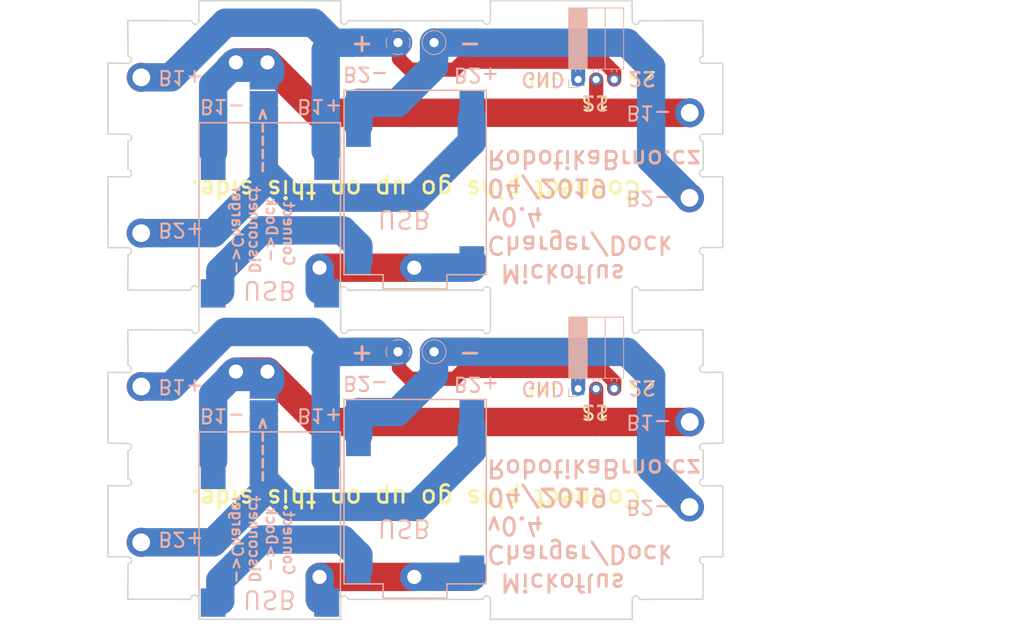
<source format=kicad_pcb>
(kicad_pcb (version 20171130) (host pcbnew 5.1.4+dfsg1-1)

  (general
    (thickness 1.6)
    (drawings 168)
    (tracks 154)
    (zones 0)
    (modules 18)
    (nets 7)
  )

  (page A4)
  (layers
    (0 F.Cu signal)
    (31 B.Cu signal)
    (32 B.Adhes user)
    (33 F.Adhes user)
    (34 B.Paste user)
    (35 F.Paste user)
    (36 B.SilkS user)
    (37 F.SilkS user)
    (38 B.Mask user)
    (39 F.Mask user)
    (40 Dwgs.User user)
    (41 Cmts.User user)
    (42 Eco1.User user)
    (43 Eco2.User user)
    (44 Edge.Cuts user)
    (45 Margin user)
    (46 B.CrtYd user)
    (47 F.CrtYd user)
    (48 B.Fab user)
    (49 F.Fab user)
  )

  (setup
    (last_trace_width 2)
    (user_trace_width 0.5)
    (user_trace_width 0.8)
    (user_trace_width 0.5)
    (user_trace_width 0.8)
    (user_trace_width 0.5)
    (user_trace_width 0.8)
    (user_trace_width 3)
    (user_trace_width 4)
    (user_trace_width 0.5)
    (user_trace_width 0.8)
    (user_trace_width 3)
    (user_trace_width 4)
    (user_trace_width 0.5)
    (user_trace_width 0.8)
    (user_trace_width 3)
    (user_trace_width 4)
    (trace_clearance 0.5)
    (zone_clearance 0)
    (zone_45_only no)
    (trace_min 0.2)
    (via_size 0.8)
    (via_drill 0.4)
    (via_min_size 0.4)
    (via_min_drill 0.3)
    (uvia_size 0.3)
    (uvia_drill 0.1)
    (uvias_allowed no)
    (uvia_min_size 0.2)
    (uvia_min_drill 0.1)
    (edge_width 0.2)
    (segment_width 0.2)
    (pcb_text_width 0.3)
    (pcb_text_size 1.5 1.5)
    (mod_edge_width 0.15)
    (mod_text_size 1 1)
    (mod_text_width 0.15)
    (pad_size 2.6 5)
    (pad_drill 1.6)
    (pad_to_mask_clearance 0.051)
    (solder_mask_min_width 0.25)
    (aux_axis_origin 0 0)
    (grid_origin 123.05 118.2)
    (visible_elements 7FFFFFFF)
    (pcbplotparams
      (layerselection 0x010fc_ffffffff)
      (usegerberextensions false)
      (usegerberattributes false)
      (usegerberadvancedattributes false)
      (creategerberjobfile false)
      (excludeedgelayer true)
      (linewidth 0.100000)
      (plotframeref false)
      (viasonmask false)
      (mode 1)
      (useauxorigin false)
      (hpglpennumber 1)
      (hpglpenspeed 20)
      (hpglpendiameter 15.000000)
      (psnegative false)
      (psa4output false)
      (plotreference true)
      (plotvalue true)
      (plotinvisibletext false)
      (padsonsilk false)
      (subtractmaskfromsilk false)
      (outputformat 1)
      (mirror false)
      (drillshape 1)
      (scaleselection 1)
      (outputdirectory ""))
  )

  (net 0 "")
  (net 1 "Net-(U1-Pad1)")
  (net 2 "Net-(U1-Pad2)")
  (net 3 /B1_M_ch)
  (net 4 /B2_P_ch)
  (net 5 /B1_P_ch)
  (net 6 /B2_M_ch)

  (net_class Default "This is the default net class."
    (clearance 0.5)
    (trace_width 2)
    (via_dia 0.8)
    (via_drill 0.4)
    (uvia_dia 0.3)
    (uvia_drill 0.1)
    (add_net /B1_M_ch)
    (add_net /B1_P_ch)
    (add_net /B2_M_ch)
    (add_net /B2_P_ch)
    (add_net "Net-(U1-Pad1)")
    (add_net "Net-(U1-Pad2)")
  )

  (net_class side ""
    (clearance 0.2)
    (trace_width 2)
    (via_dia 0.8)
    (via_drill 0.4)
    (uvia_dia 0.3)
    (uvia_drill 0.1)
  )

  (module RB3201:LiOnCharger (layer B.Cu) (tedit 5CC219BE) (tstamp 5D0CFF63)
    (at 137.01 150.45)
    (path /5C13AEE9)
    (fp_text reference U1 (at 0 10) (layer B.SilkS) hide
      (effects (font (size 1 1) (thickness 0.15)) (justify mirror))
    )
    (fp_text value ChinaLiIonCharger (at 0 14) (layer B.Fab)
      (effects (font (size 1 1) (thickness 0.15)) (justify mirror))
    )
    (fp_line (start 10 11) (end -10 11) (layer B.Fab) (width 0.15))
    (fp_line (start -10 11) (end -10 -15) (layer B.Fab) (width 0.15))
    (fp_line (start -10 -15) (end 10 -15) (layer B.Fab) (width 0.15))
    (fp_line (start 10 -15) (end 10 11) (layer B.Fab) (width 0.15))
    (fp_line (start 4 11) (end 4 13) (layer B.Fab) (width 0.15))
    (fp_line (start 4 13) (end -4 13) (layer B.Fab) (width 0.15))
    (fp_line (start -4 13) (end -4 11) (layer B.Fab) (width 0.15))
    (pad 1 smd rect (at 8 9) (size 3.5 4) (layers B.Cu B.Paste B.Mask)
      (net 1 "Net-(U1-Pad1)"))
    (pad 2 smd rect (at -8 9) (size 3.5 4) (layers B.Cu B.Paste B.Mask)
      (net 2 "Net-(U1-Pad2)"))
    (pad 3 smd rect (at -8 -11) (size 3.5 8) (layers B.Cu B.Paste B.Mask)
      (net 3 /B1_M_ch))
    (pad 4 smd rect (at 8 -11) (size 3.5 8) (layers B.Cu B.Paste B.Mask)
      (net 5 /B1_P_ch))
  )

  (module Connector_PinSocket_2.54mm:PinSocket_1x03_P2.54mm_Horizontal (layer B.Cu) (tedit 5A19A429) (tstamp 5D0CFF24)
    (at 180.48 129.286 270)
    (descr "Through hole angled socket strip, 1x03, 2.54mm pitch, 8.51mm socket length, single row (from Kicad 4.0.7), script generated")
    (tags "Through hole angled socket strip THT 1x03 2.54mm single row")
    (path /5CA69FC1)
    (fp_text reference J29 (at -4.38 2.77 270) (layer B.SilkS) hide
      (effects (font (size 1 1) (thickness 0.15)) (justify mirror))
    )
    (fp_text value Balancer (at -4.38 -7.85 270) (layer B.Fab)
      (effects (font (size 1 1) (thickness 0.15)) (justify mirror))
    )
    (fp_text user %R (at -5.775 -2.54 270) (layer B.Fab)
      (effects (font (size 1 1) (thickness 0.15)) (justify mirror))
    )
    (fp_line (start 1.75 -6.85) (end 1.75 1.8) (layer B.CrtYd) (width 0.05))
    (fp_line (start -10.55 -6.85) (end 1.75 -6.85) (layer B.CrtYd) (width 0.05))
    (fp_line (start -10.55 1.8) (end -10.55 -6.85) (layer B.CrtYd) (width 0.05))
    (fp_line (start 1.75 1.8) (end -10.55 1.8) (layer B.CrtYd) (width 0.05))
    (fp_line (start 0 1.33) (end 1.11 1.33) (layer B.SilkS) (width 0.12))
    (fp_line (start 1.11 1.33) (end 1.11 0) (layer B.SilkS) (width 0.12))
    (fp_line (start -10.09 1.33) (end -10.09 -6.41) (layer B.SilkS) (width 0.12))
    (fp_line (start -10.09 -6.41) (end -1.46 -6.41) (layer B.SilkS) (width 0.12))
    (fp_line (start -1.46 1.33) (end -1.46 -6.41) (layer B.SilkS) (width 0.12))
    (fp_line (start -10.09 1.33) (end -1.46 1.33) (layer B.SilkS) (width 0.12))
    (fp_line (start -10.09 -3.81) (end -1.46 -3.81) (layer B.SilkS) (width 0.12))
    (fp_line (start -10.09 -1.27) (end -1.46 -1.27) (layer B.SilkS) (width 0.12))
    (fp_line (start -1.46 -5.44) (end -1.05 -5.44) (layer B.SilkS) (width 0.12))
    (fp_line (start -1.46 -4.72) (end -1.05 -4.72) (layer B.SilkS) (width 0.12))
    (fp_line (start -1.46 -2.9) (end -1.05 -2.9) (layer B.SilkS) (width 0.12))
    (fp_line (start -1.46 -2.18) (end -1.05 -2.18) (layer B.SilkS) (width 0.12))
    (fp_line (start -1.46 -0.36) (end -1.11 -0.36) (layer B.SilkS) (width 0.12))
    (fp_line (start -1.46 0.36) (end -1.11 0.36) (layer B.SilkS) (width 0.12))
    (fp_line (start -10.09 -1.1519) (end -1.46 -1.1519) (layer B.SilkS) (width 0.12))
    (fp_line (start -10.09 -1.033805) (end -1.46 -1.033805) (layer B.SilkS) (width 0.12))
    (fp_line (start -10.09 -0.91571) (end -1.46 -0.91571) (layer B.SilkS) (width 0.12))
    (fp_line (start -10.09 -0.797615) (end -1.46 -0.797615) (layer B.SilkS) (width 0.12))
    (fp_line (start -10.09 -0.67952) (end -1.46 -0.67952) (layer B.SilkS) (width 0.12))
    (fp_line (start -10.09 -0.561425) (end -1.46 -0.561425) (layer B.SilkS) (width 0.12))
    (fp_line (start -10.09 -0.44333) (end -1.46 -0.44333) (layer B.SilkS) (width 0.12))
    (fp_line (start -10.09 -0.325235) (end -1.46 -0.325235) (layer B.SilkS) (width 0.12))
    (fp_line (start -10.09 -0.20714) (end -1.46 -0.20714) (layer B.SilkS) (width 0.12))
    (fp_line (start -10.09 -0.089045) (end -1.46 -0.089045) (layer B.SilkS) (width 0.12))
    (fp_line (start -10.09 0.02905) (end -1.46 0.02905) (layer B.SilkS) (width 0.12))
    (fp_line (start -10.09 0.147145) (end -1.46 0.147145) (layer B.SilkS) (width 0.12))
    (fp_line (start -10.09 0.26524) (end -1.46 0.26524) (layer B.SilkS) (width 0.12))
    (fp_line (start -10.09 0.383335) (end -1.46 0.383335) (layer B.SilkS) (width 0.12))
    (fp_line (start -10.09 0.50143) (end -1.46 0.50143) (layer B.SilkS) (width 0.12))
    (fp_line (start -10.09 0.619525) (end -1.46 0.619525) (layer B.SilkS) (width 0.12))
    (fp_line (start -10.09 0.73762) (end -1.46 0.73762) (layer B.SilkS) (width 0.12))
    (fp_line (start -10.09 0.855715) (end -1.46 0.855715) (layer B.SilkS) (width 0.12))
    (fp_line (start -10.09 0.97381) (end -1.46 0.97381) (layer B.SilkS) (width 0.12))
    (fp_line (start -10.09 1.091905) (end -1.46 1.091905) (layer B.SilkS) (width 0.12))
    (fp_line (start -10.09 1.21) (end -1.46 1.21) (layer B.SilkS) (width 0.12))
    (fp_line (start 0 -5.38) (end 0 -4.78) (layer B.Fab) (width 0.1))
    (fp_line (start -1.52 -5.38) (end 0 -5.38) (layer B.Fab) (width 0.1))
    (fp_line (start 0 -4.78) (end -1.52 -4.78) (layer B.Fab) (width 0.1))
    (fp_line (start 0 -2.84) (end 0 -2.24) (layer B.Fab) (width 0.1))
    (fp_line (start -1.52 -2.84) (end 0 -2.84) (layer B.Fab) (width 0.1))
    (fp_line (start 0 -2.24) (end -1.52 -2.24) (layer B.Fab) (width 0.1))
    (fp_line (start 0 -0.3) (end 0 0.3) (layer B.Fab) (width 0.1))
    (fp_line (start -1.52 -0.3) (end 0 -0.3) (layer B.Fab) (width 0.1))
    (fp_line (start 0 0.3) (end -1.52 0.3) (layer B.Fab) (width 0.1))
    (fp_line (start -10.03 -6.35) (end -10.03 1.27) (layer B.Fab) (width 0.1))
    (fp_line (start -1.52 -6.35) (end -10.03 -6.35) (layer B.Fab) (width 0.1))
    (fp_line (start -1.52 0.3) (end -1.52 -6.35) (layer B.Fab) (width 0.1))
    (fp_line (start -2.49 1.27) (end -1.52 0.3) (layer B.Fab) (width 0.1))
    (fp_line (start -10.03 1.27) (end -2.49 1.27) (layer B.Fab) (width 0.1))
    (pad 3 thru_hole oval (at 0 -5.08 270) (size 1.7 1.7) (drill 1) (layers *.Cu *.Mask)
      (net 5 /B1_P_ch))
    (pad 2 thru_hole oval (at 0 -2.54 270) (size 1.7 1.7) (drill 1) (layers *.Cu *.Mask)
      (net 3 /B1_M_ch))
    (pad 1 thru_hole rect (at 0 0 270) (size 1.7 1.7) (drill 1) (layers *.Cu *.Mask)
      (net 6 /B2_M_ch))
    (model ${KISYS3DMOD}/Connector_PinSocket_2.54mm.3dshapes/PinSocket_1x03_P2.54mm_Horizontal.wrl
      (at (xyz 0 0 0))
      (scale (xyz 1 1 1))
      (rotate (xyz 0 0 0))
    )
  )

  (module RB3201:2_pads_5mm (layer B.Cu) (tedit 5C3680C9) (tstamp 5D0CFF0F)
    (at 155.08 124.079)
    (descr "Terminal Block Phoenix MKDS-1,5-2-5.08, 2 pins, pitch 5.08mm, size 10.2x9.8mm^2, drill diamater 1.3mm, pad diameter 2.6mm, see http://www.farnell.com/datasheets/100425.pdf, script-generated using https://github.com/pointhi/kicad-footprint-generator/scripts/TerminalBlock_Phoenix")
    (tags "THT Terminal Block Phoenix MKDS-1,5-2-5.08 pitch 5.08mm size 10.2x9.8mm^2 drill 1.3mm pad 2.6mm")
    (path /5C13C8C5)
    (fp_text reference J7 (at 2.54 2.5) (layer B.SilkS) hide
      (effects (font (size 1 1) (thickness 0.15)) (justify mirror))
    )
    (fp_text value OUT (at 2.54 -2.5) (layer B.Fab)
      (effects (font (size 1 1) (thickness 0.15)) (justify mirror))
    )
    (fp_arc (start 0 0) (end 0 -1.68) (angle 24) (layer B.SilkS) (width 0.12))
    (fp_arc (start 0 0) (end 1.535 -0.684) (angle 48) (layer B.SilkS) (width 0.12))
    (fp_arc (start 0 0) (end 0.684 1.535) (angle 48) (layer B.SilkS) (width 0.12))
    (fp_arc (start 0 0) (end -1.535 0.684) (angle 48) (layer B.SilkS) (width 0.12))
    (fp_arc (start 0 0) (end -0.684 -1.535) (angle 25) (layer B.SilkS) (width 0.12))
    (fp_circle (center 0 0) (end 1.5 0) (layer B.Fab) (width 0.1))
    (fp_circle (center 5.08 0) (end 6.58 0) (layer B.Fab) (width 0.1))
    (fp_circle (center 5.08 0) (end 6.76 0) (layer B.SilkS) (width 0.12))
    (fp_line (start 1.138 0.955) (end -0.955 -1.138) (layer B.Fab) (width 0.1))
    (fp_line (start 0.955 1.138) (end -1.138 -0.955) (layer B.Fab) (width 0.1))
    (fp_line (start 6.218 0.955) (end 4.126 -1.138) (layer B.Fab) (width 0.1))
    (fp_line (start 6.035 1.138) (end 3.943 -0.955) (layer B.Fab) (width 0.1))
    (fp_line (start 6.355 1.069) (end 6.308 1.023) (layer B.SilkS) (width 0.12))
    (fp_line (start 4.046 -1.239) (end 4.011 -1.274) (layer B.SilkS) (width 0.12))
    (fp_line (start 6.15 1.275) (end 6.115 1.239) (layer B.SilkS) (width 0.12))
    (fp_line (start 3.853 -1.023) (end 3.806 -1.069) (layer B.SilkS) (width 0.12))
    (pad 1 thru_hole rect (at 0 0) (size 2.6 2.6) (drill 1.3) (layers *.Cu *.Mask)
      (net 5 /B1_P_ch))
    (pad 2 thru_hole circle (at 5.08 0) (size 2.6 2.6) (drill 1.3) (layers *.Cu *.Mask)
      (net 6 /B2_M_ch))
    (model ${KISYS3DMOD}/TerminalBlock_Phoenix.3dshapes/TerminalBlock_Phoenix_MKDS-1,5-2-5.08_1x02_P5.08mm_Horizontal.wrl
      (at (xyz 0 0 0))
      (scale (xyz 1 1 1))
      (rotate (xyz 0 0 0))
    )
  )

  (module yaqwsx:banana_2mm_hole (layer F.Cu) (tedit 5C367C7D) (tstamp 5D0CFEF8)
    (at 118.87 128.98)
    (path /5C13B8B0)
    (fp_text reference J8 (at 0 3.2) (layer F.SilkS) hide
      (effects (font (size 1 1) (thickness 0.15)))
    )
    (fp_text value B1_P (at 0 -3.15) (layer F.Fab) hide
      (effects (font (size 1 1) (thickness 0.15)))
    )
    (pad 1 thru_hole circle (at 0 0) (size 4.1 4.1) (drill 2.5) (layers *.Cu *.Mask)
      (net 5 /B1_P_ch))
  )

  (module yaqwsx:banana_2mm_hole (layer F.Cu) (tedit 5C367C7D) (tstamp 5D0CFE5F)
    (at 196.18 145.97)
    (path /5C13BA24)
    (fp_text reference J28 (at 0 3.2) (layer F.SilkS) hide
      (effects (font (size 1 1) (thickness 0.15)))
    )
    (fp_text value B2_M (at 0 -3.15) (layer F.Fab) hide
      (effects (font (size 1 1) (thickness 0.15)))
    )
    (pad 1 thru_hole circle (at 0 0) (size 4.1 4.1) (drill 2.5) (layers *.Cu *.Mask)
      (net 6 /B2_M_ch))
  )

  (module yaqwsx:banana_2mm_hole (layer F.Cu) (tedit 5C367C7D) (tstamp 5D0CFDF8)
    (at 118.86 150.95)
    (path /5C13B9CC)
    (fp_text reference J13 (at 0 3.2) (layer F.SilkS) hide
      (effects (font (size 1 1) (thickness 0.15)))
    )
    (fp_text value B2_P (at 0 -3.15) (layer F.Fab) hide
      (effects (font (size 1 1) (thickness 0.15)))
    )
    (pad 1 thru_hole circle (at 0 0) (size 4.1 4.1) (drill 2.5) (layers *.Cu *.Mask)
      (net 4 /B2_P_ch))
  )

  (module RB3201:LiOnCharger locked (layer B.Cu) (tedit 5CC219BE) (tstamp 5D0CFDE4)
    (at 157.493 145.796)
    (path /5C13AF67)
    (fp_text reference U2 (at 0 10) (layer B.SilkS) hide
      (effects (font (size 1 1) (thickness 0.15)) (justify mirror))
    )
    (fp_text value ChinaLiIonCharger (at 0 14) (layer B.Fab)
      (effects (font (size 1 1) (thickness 0.15)) (justify mirror))
    )
    (fp_line (start 10 11) (end -10 11) (layer B.Fab) (width 0.15))
    (fp_line (start -10 11) (end -10 -15) (layer B.Fab) (width 0.15))
    (fp_line (start -10 -15) (end 10 -15) (layer B.Fab) (width 0.15))
    (fp_line (start 10 -15) (end 10 11) (layer B.Fab) (width 0.15))
    (fp_line (start 4 11) (end 4 13) (layer B.Fab) (width 0.15))
    (fp_line (start 4 13) (end -4 13) (layer B.Fab) (width 0.15))
    (fp_line (start -4 13) (end -4 11) (layer B.Fab) (width 0.15))
    (pad 1 smd rect (at 8 9) (size 3.5 4) (layers B.Cu B.Paste B.Mask)
      (net 1 "Net-(U1-Pad1)"))
    (pad 2 smd rect (at -8 9) (size 3.5 4) (layers B.Cu B.Paste B.Mask)
      (net 2 "Net-(U1-Pad2)"))
    (pad 3 smd rect (at -8 -11) (size 3.5 8) (layers B.Cu B.Paste B.Mask)
      (net 6 /B2_M_ch))
    (pad 4 smd rect (at 8 -11) (size 3.5 8) (layers B.Cu B.Paste B.Mask)
      (net 4 /B2_P_ch))
  )

  (module yaqwsx:power_solder_jumper (layer B.Cu) (tedit 5C13B086) (tstamp 5D0CFDAE)
    (at 136.157 130.81 270)
    (path /5C13D0C3)
    (fp_text reference JP1 (at 0 -2 270) (layer B.SilkS) hide
      (effects (font (size 1 1) (thickness 0.15)) (justify mirror))
    )
    (fp_text value Jumper_NC_Small (at 0 2 270) (layer B.Fab)
      (effects (font (size 1 1) (thickness 0.15)) (justify mirror))
    )
    (pad 1 smd rect (at -1 0 270) (size 1.8 4) (layers B.Cu B.Paste B.Mask)
      (net 3 /B1_M_ch))
    (pad 2 smd rect (at 1 0 270) (size 1.8 4) (layers B.Cu B.Paste B.Mask)
      (net 4 /B2_P_ch))
  )

  (module yaqwsx:banana_2mm_hole (layer F.Cu) (tedit 5C367C7D) (tstamp 5D0CFDA4)
    (at 196.21 133.98)
    (path /5C13B974)
    (fp_text reference J12 (at 0 3.2) (layer F.SilkS) hide
      (effects (font (size 1 1) (thickness 0.15)))
    )
    (fp_text value B1_M (at 0 -3.15) (layer F.Fab) hide
      (effects (font (size 1 1) (thickness 0.15)))
    )
    (pad 1 thru_hole circle (at 0 0) (size 4.1 4.1) (drill 2.5) (layers *.Cu *.Mask)
      (net 3 /B1_M_ch))
  )

  (module RB3201:LiOnCharger locked (layer B.Cu) (tedit 5CC219BE) (tstamp 5CC2BEB7)
    (at 157.493 102.196)
    (path /5C13AF67)
    (fp_text reference U2 (at 0 10) (layer B.SilkS) hide
      (effects (font (size 1 1) (thickness 0.15)) (justify mirror))
    )
    (fp_text value ChinaLiIonCharger (at 0 14) (layer B.Fab)
      (effects (font (size 1 1) (thickness 0.15)) (justify mirror))
    )
    (fp_line (start -4 13) (end -4 11) (layer B.Fab) (width 0.15))
    (fp_line (start 4 13) (end -4 13) (layer B.Fab) (width 0.15))
    (fp_line (start 4 11) (end 4 13) (layer B.Fab) (width 0.15))
    (fp_line (start 10 -15) (end 10 11) (layer B.Fab) (width 0.15))
    (fp_line (start -10 -15) (end 10 -15) (layer B.Fab) (width 0.15))
    (fp_line (start -10 11) (end -10 -15) (layer B.Fab) (width 0.15))
    (fp_line (start 10 11) (end -10 11) (layer B.Fab) (width 0.15))
    (pad 4 smd rect (at 8 -11) (size 3.5 8) (layers B.Cu B.Paste B.Mask)
      (net 4 /B2_P_ch))
    (pad 3 smd rect (at -8 -11) (size 3.5 8) (layers B.Cu B.Paste B.Mask)
      (net 6 /B2_M_ch))
    (pad 2 smd rect (at -8 9) (size 3.5 4) (layers B.Cu B.Paste B.Mask)
      (net 2 "Net-(U1-Pad2)"))
    (pad 1 smd rect (at 8 9) (size 3.5 4) (layers B.Cu B.Paste B.Mask)
      (net 1 "Net-(U1-Pad1)"))
  )

  (module RB3201:LiOnCharger (layer B.Cu) (tedit 5CC219BE) (tstamp 5C157856)
    (at 137.01 106.85)
    (path /5C13AEE9)
    (fp_text reference U1 (at 0 10) (layer B.SilkS) hide
      (effects (font (size 1 1) (thickness 0.15)) (justify mirror))
    )
    (fp_text value ChinaLiIonCharger (at 0 14) (layer B.Fab)
      (effects (font (size 1 1) (thickness 0.15)) (justify mirror))
    )
    (fp_line (start -4 13) (end -4 11) (layer B.Fab) (width 0.15))
    (fp_line (start 4 13) (end -4 13) (layer B.Fab) (width 0.15))
    (fp_line (start 4 11) (end 4 13) (layer B.Fab) (width 0.15))
    (fp_line (start 10 -15) (end 10 11) (layer B.Fab) (width 0.15))
    (fp_line (start -10 -15) (end 10 -15) (layer B.Fab) (width 0.15))
    (fp_line (start -10 11) (end -10 -15) (layer B.Fab) (width 0.15))
    (fp_line (start 10 11) (end -10 11) (layer B.Fab) (width 0.15))
    (pad 4 smd rect (at 8 -11) (size 3.5 8) (layers B.Cu B.Paste B.Mask)
      (net 5 /B1_P_ch))
    (pad 3 smd rect (at -8 -11) (size 3.5 8) (layers B.Cu B.Paste B.Mask)
      (net 3 /B1_M_ch))
    (pad 2 smd rect (at -8 9) (size 3.5 4) (layers B.Cu B.Paste B.Mask)
      (net 2 "Net-(U1-Pad2)"))
    (pad 1 smd rect (at 8 9) (size 3.5 4) (layers B.Cu B.Paste B.Mask)
      (net 1 "Net-(U1-Pad1)"))
  )

  (module RB3201:2_pads_5mm (layer B.Cu) (tedit 5C3680C9) (tstamp 5C376814)
    (at 155.08 80.479)
    (descr "Terminal Block Phoenix MKDS-1,5-2-5.08, 2 pins, pitch 5.08mm, size 10.2x9.8mm^2, drill diamater 1.3mm, pad diameter 2.6mm, see http://www.farnell.com/datasheets/100425.pdf, script-generated using https://github.com/pointhi/kicad-footprint-generator/scripts/TerminalBlock_Phoenix")
    (tags "THT Terminal Block Phoenix MKDS-1,5-2-5.08 pitch 5.08mm size 10.2x9.8mm^2 drill 1.3mm pad 2.6mm")
    (path /5C13C8C5)
    (fp_text reference J7 (at 2.54 2.5) (layer B.SilkS) hide
      (effects (font (size 1 1) (thickness 0.15)) (justify mirror))
    )
    (fp_text value OUT (at 2.54 -2.5) (layer B.Fab)
      (effects (font (size 1 1) (thickness 0.15)) (justify mirror))
    )
    (fp_line (start 3.853 -1.023) (end 3.806 -1.069) (layer B.SilkS) (width 0.12))
    (fp_line (start 6.15 1.275) (end 6.115 1.239) (layer B.SilkS) (width 0.12))
    (fp_line (start 4.046 -1.239) (end 4.011 -1.274) (layer B.SilkS) (width 0.12))
    (fp_line (start 6.355 1.069) (end 6.308 1.023) (layer B.SilkS) (width 0.12))
    (fp_line (start 6.035 1.138) (end 3.943 -0.955) (layer B.Fab) (width 0.1))
    (fp_line (start 6.218 0.955) (end 4.126 -1.138) (layer B.Fab) (width 0.1))
    (fp_line (start 0.955 1.138) (end -1.138 -0.955) (layer B.Fab) (width 0.1))
    (fp_line (start 1.138 0.955) (end -0.955 -1.138) (layer B.Fab) (width 0.1))
    (fp_circle (center 5.08 0) (end 6.76 0) (layer B.SilkS) (width 0.12))
    (fp_circle (center 5.08 0) (end 6.58 0) (layer B.Fab) (width 0.1))
    (fp_circle (center 0 0) (end 1.5 0) (layer B.Fab) (width 0.1))
    (fp_arc (start 0 0) (end -0.684 -1.535) (angle 25) (layer B.SilkS) (width 0.12))
    (fp_arc (start 0 0) (end -1.535 0.684) (angle 48) (layer B.SilkS) (width 0.12))
    (fp_arc (start 0 0) (end 0.684 1.535) (angle 48) (layer B.SilkS) (width 0.12))
    (fp_arc (start 0 0) (end 1.535 -0.684) (angle 48) (layer B.SilkS) (width 0.12))
    (fp_arc (start 0 0) (end 0 -1.68) (angle 24) (layer B.SilkS) (width 0.12))
    (pad 2 thru_hole circle (at 5.08 0) (size 2.6 2.6) (drill 1.3) (layers *.Cu *.Mask)
      (net 6 /B2_M_ch))
    (pad 1 thru_hole rect (at 0 0) (size 2.6 2.6) (drill 1.3) (layers *.Cu *.Mask)
      (net 5 /B1_P_ch))
    (model ${KISYS3DMOD}/TerminalBlock_Phoenix.3dshapes/TerminalBlock_Phoenix_MKDS-1,5-2-5.08_1x02_P5.08mm_Horizontal.wrl
      (at (xyz 0 0 0))
      (scale (xyz 1 1 1))
      (rotate (xyz 0 0 0))
    )
  )

  (module Connector_PinSocket_2.54mm:PinSocket_1x03_P2.54mm_Horizontal (layer B.Cu) (tedit 5A19A429) (tstamp 5CA8C203)
    (at 180.48 85.686 270)
    (descr "Through hole angled socket strip, 1x03, 2.54mm pitch, 8.51mm socket length, single row (from Kicad 4.0.7), script generated")
    (tags "Through hole angled socket strip THT 1x03 2.54mm single row")
    (path /5CA69FC1)
    (fp_text reference J29 (at -4.38 2.77 270) (layer B.SilkS) hide
      (effects (font (size 1 1) (thickness 0.15)) (justify mirror))
    )
    (fp_text value Balancer (at -4.38 -7.85 270) (layer B.Fab)
      (effects (font (size 1 1) (thickness 0.15)) (justify mirror))
    )
    (fp_line (start -10.03 1.27) (end -2.49 1.27) (layer B.Fab) (width 0.1))
    (fp_line (start -2.49 1.27) (end -1.52 0.3) (layer B.Fab) (width 0.1))
    (fp_line (start -1.52 0.3) (end -1.52 -6.35) (layer B.Fab) (width 0.1))
    (fp_line (start -1.52 -6.35) (end -10.03 -6.35) (layer B.Fab) (width 0.1))
    (fp_line (start -10.03 -6.35) (end -10.03 1.27) (layer B.Fab) (width 0.1))
    (fp_line (start 0 0.3) (end -1.52 0.3) (layer B.Fab) (width 0.1))
    (fp_line (start -1.52 -0.3) (end 0 -0.3) (layer B.Fab) (width 0.1))
    (fp_line (start 0 -0.3) (end 0 0.3) (layer B.Fab) (width 0.1))
    (fp_line (start 0 -2.24) (end -1.52 -2.24) (layer B.Fab) (width 0.1))
    (fp_line (start -1.52 -2.84) (end 0 -2.84) (layer B.Fab) (width 0.1))
    (fp_line (start 0 -2.84) (end 0 -2.24) (layer B.Fab) (width 0.1))
    (fp_line (start 0 -4.78) (end -1.52 -4.78) (layer B.Fab) (width 0.1))
    (fp_line (start -1.52 -5.38) (end 0 -5.38) (layer B.Fab) (width 0.1))
    (fp_line (start 0 -5.38) (end 0 -4.78) (layer B.Fab) (width 0.1))
    (fp_line (start -10.09 1.21) (end -1.46 1.21) (layer B.SilkS) (width 0.12))
    (fp_line (start -10.09 1.091905) (end -1.46 1.091905) (layer B.SilkS) (width 0.12))
    (fp_line (start -10.09 0.97381) (end -1.46 0.97381) (layer B.SilkS) (width 0.12))
    (fp_line (start -10.09 0.855715) (end -1.46 0.855715) (layer B.SilkS) (width 0.12))
    (fp_line (start -10.09 0.73762) (end -1.46 0.73762) (layer B.SilkS) (width 0.12))
    (fp_line (start -10.09 0.619525) (end -1.46 0.619525) (layer B.SilkS) (width 0.12))
    (fp_line (start -10.09 0.50143) (end -1.46 0.50143) (layer B.SilkS) (width 0.12))
    (fp_line (start -10.09 0.383335) (end -1.46 0.383335) (layer B.SilkS) (width 0.12))
    (fp_line (start -10.09 0.26524) (end -1.46 0.26524) (layer B.SilkS) (width 0.12))
    (fp_line (start -10.09 0.147145) (end -1.46 0.147145) (layer B.SilkS) (width 0.12))
    (fp_line (start -10.09 0.02905) (end -1.46 0.02905) (layer B.SilkS) (width 0.12))
    (fp_line (start -10.09 -0.089045) (end -1.46 -0.089045) (layer B.SilkS) (width 0.12))
    (fp_line (start -10.09 -0.20714) (end -1.46 -0.20714) (layer B.SilkS) (width 0.12))
    (fp_line (start -10.09 -0.325235) (end -1.46 -0.325235) (layer B.SilkS) (width 0.12))
    (fp_line (start -10.09 -0.44333) (end -1.46 -0.44333) (layer B.SilkS) (width 0.12))
    (fp_line (start -10.09 -0.561425) (end -1.46 -0.561425) (layer B.SilkS) (width 0.12))
    (fp_line (start -10.09 -0.67952) (end -1.46 -0.67952) (layer B.SilkS) (width 0.12))
    (fp_line (start -10.09 -0.797615) (end -1.46 -0.797615) (layer B.SilkS) (width 0.12))
    (fp_line (start -10.09 -0.91571) (end -1.46 -0.91571) (layer B.SilkS) (width 0.12))
    (fp_line (start -10.09 -1.033805) (end -1.46 -1.033805) (layer B.SilkS) (width 0.12))
    (fp_line (start -10.09 -1.1519) (end -1.46 -1.1519) (layer B.SilkS) (width 0.12))
    (fp_line (start -1.46 0.36) (end -1.11 0.36) (layer B.SilkS) (width 0.12))
    (fp_line (start -1.46 -0.36) (end -1.11 -0.36) (layer B.SilkS) (width 0.12))
    (fp_line (start -1.46 -2.18) (end -1.05 -2.18) (layer B.SilkS) (width 0.12))
    (fp_line (start -1.46 -2.9) (end -1.05 -2.9) (layer B.SilkS) (width 0.12))
    (fp_line (start -1.46 -4.72) (end -1.05 -4.72) (layer B.SilkS) (width 0.12))
    (fp_line (start -1.46 -5.44) (end -1.05 -5.44) (layer B.SilkS) (width 0.12))
    (fp_line (start -10.09 -1.27) (end -1.46 -1.27) (layer B.SilkS) (width 0.12))
    (fp_line (start -10.09 -3.81) (end -1.46 -3.81) (layer B.SilkS) (width 0.12))
    (fp_line (start -10.09 1.33) (end -1.46 1.33) (layer B.SilkS) (width 0.12))
    (fp_line (start -1.46 1.33) (end -1.46 -6.41) (layer B.SilkS) (width 0.12))
    (fp_line (start -10.09 -6.41) (end -1.46 -6.41) (layer B.SilkS) (width 0.12))
    (fp_line (start -10.09 1.33) (end -10.09 -6.41) (layer B.SilkS) (width 0.12))
    (fp_line (start 1.11 1.33) (end 1.11 0) (layer B.SilkS) (width 0.12))
    (fp_line (start 0 1.33) (end 1.11 1.33) (layer B.SilkS) (width 0.12))
    (fp_line (start 1.75 1.8) (end -10.55 1.8) (layer B.CrtYd) (width 0.05))
    (fp_line (start -10.55 1.8) (end -10.55 -6.85) (layer B.CrtYd) (width 0.05))
    (fp_line (start -10.55 -6.85) (end 1.75 -6.85) (layer B.CrtYd) (width 0.05))
    (fp_line (start 1.75 -6.85) (end 1.75 1.8) (layer B.CrtYd) (width 0.05))
    (fp_text user %R (at -5.775 -2.54 270) (layer B.Fab)
      (effects (font (size 1 1) (thickness 0.15)) (justify mirror))
    )
    (pad 1 thru_hole rect (at 0 0 270) (size 1.7 1.7) (drill 1) (layers *.Cu *.Mask)
      (net 6 /B2_M_ch))
    (pad 2 thru_hole oval (at 0 -2.54 270) (size 1.7 1.7) (drill 1) (layers *.Cu *.Mask)
      (net 3 /B1_M_ch))
    (pad 3 thru_hole oval (at 0 -5.08 270) (size 1.7 1.7) (drill 1) (layers *.Cu *.Mask)
      (net 5 /B1_P_ch))
    (model ${KISYS3DMOD}/Connector_PinSocket_2.54mm.3dshapes/PinSocket_1x03_P2.54mm_Horizontal.wrl
      (at (xyz 0 0 0))
      (scale (xyz 1 1 1))
      (rotate (xyz 0 0 0))
    )
  )

  (module yaqwsx:power_solder_jumper (layer B.Cu) (tedit 5C13B086) (tstamp 5C433962)
    (at 136.157 87.21 270)
    (path /5C13D0C3)
    (fp_text reference JP1 (at 0 -2 270) (layer B.SilkS) hide
      (effects (font (size 1 1) (thickness 0.15)) (justify mirror))
    )
    (fp_text value Jumper_NC_Small (at 0 2 270) (layer B.Fab)
      (effects (font (size 1 1) (thickness 0.15)) (justify mirror))
    )
    (pad 2 smd rect (at 1 0 270) (size 1.8 4) (layers B.Cu B.Paste B.Mask)
      (net 4 /B2_P_ch))
    (pad 1 smd rect (at -1 0 270) (size 1.8 4) (layers B.Cu B.Paste B.Mask)
      (net 3 /B1_M_ch))
  )

  (module yaqwsx:banana_2mm_hole (layer F.Cu) (tedit 5C367C7D) (tstamp 5C157847)
    (at 196.21 90.38)
    (path /5C13B974)
    (fp_text reference J12 (at 0 3.2) (layer F.SilkS) hide
      (effects (font (size 1 1) (thickness 0.15)))
    )
    (fp_text value B1_M (at 0 -3.15) (layer F.Fab) hide
      (effects (font (size 1 1) (thickness 0.15)))
    )
    (pad 1 thru_hole circle (at 0 0) (size 4.1 4.1) (drill 2.5) (layers *.Cu *.Mask)
      (net 3 /B1_M_ch))
  )

  (module yaqwsx:banana_2mm_hole (layer F.Cu) (tedit 5C367C7D) (tstamp 5C157842)
    (at 196.18 102.37)
    (path /5C13BA24)
    (fp_text reference J28 (at 0 3.2) (layer F.SilkS) hide
      (effects (font (size 1 1) (thickness 0.15)))
    )
    (fp_text value B2_M (at 0 -3.15) (layer F.Fab) hide
      (effects (font (size 1 1) (thickness 0.15)))
    )
    (pad 1 thru_hole circle (at 0 0) (size 4.1 4.1) (drill 2.5) (layers *.Cu *.Mask)
      (net 6 /B2_M_ch))
  )

  (module yaqwsx:banana_2mm_hole (layer F.Cu) (tedit 5C367C7D) (tstamp 5C157805)
    (at 118.87 85.38)
    (path /5C13B8B0)
    (fp_text reference J8 (at 0 3.2) (layer F.SilkS) hide
      (effects (font (size 1 1) (thickness 0.15)))
    )
    (fp_text value B1_P (at 0 -3.15) (layer F.Fab) hide
      (effects (font (size 1 1) (thickness 0.15)))
    )
    (pad 1 thru_hole circle (at 0 0) (size 4.1 4.1) (drill 2.5) (layers *.Cu *.Mask)
      (net 5 /B1_P_ch))
  )

  (module yaqwsx:banana_2mm_hole (layer F.Cu) (tedit 5C367C7D) (tstamp 5C157800)
    (at 118.86 107.35)
    (path /5C13B9CC)
    (fp_text reference J13 (at 0 3.2) (layer F.SilkS) hide
      (effects (font (size 1 1) (thickness 0.15)))
    )
    (fp_text value B2_P (at 0 -3.15) (layer F.Fab) hide
      (effects (font (size 1 1) (thickness 0.15)))
    )
    (pad 1 thru_hole circle (at 0 0) (size 4.1 4.1) (drill 2.5) (layers *.Cu *.Mask)
      (net 4 /B2_P_ch))
  )

  (gr_line (start 99.05 118.2) (end 216.65 118.2) (layer Cmts.User) (width 0.2))
  (gr_line (start 147.46 130.81) (end 147.46 156.81) (layer B.SilkS) (width 0.2) (tstamp 5D0CFFA8))
  (gr_line (start 147.46 156.81) (end 152.974 156.81) (layer B.SilkS) (width 0.2) (tstamp 5D0CFFA7))
  (gr_line (start 200.874 152.97575) (end 200.874 142.9753) (layer Edge.Cuts) (width 0.2) (tstamp 5D0CFFA0))
  (gr_arc (start 117 137.5) (end 117 138) (angle -180) (layer Edge.Cuts) (width 0.2) (tstamp 5D0CFF90))
  (gr_arc (start 117 126.5) (end 117 127) (angle -180) (layer Edge.Cuts) (width 0.2) (tstamp 5D0CFF8F))
  (gr_arc (start 188.6 159) (end 189.1 159) (angle -180) (layer Edge.Cuts) (width 0.2) (tstamp 5D0CFF8C))
  (gr_arc (start 167.6 159) (end 168.1 159) (angle -180) (layer Edge.Cuts) (width 0.2) (tstamp 5D0CFF8B))
  (gr_line (start 198.075 120.9749) (end 189.1 121) (layer Edge.Cuts) (width 0.2) (tstamp 5D0CFF8A))
  (gr_line (start 152.974 156.81) (end 152.974 158.81) (layer B.SilkS) (width 0.2) (tstamp 5D0CFF7E))
  (gr_line (start 152.974 158.81) (end 161.974 158.81) (layer B.SilkS) (width 0.2) (tstamp 5D0CFF7D))
  (gr_line (start 114.175 126.9749) (end 114.175 136.9753) (layer Edge.Cuts) (width 0.2) (tstamp 5D0CFF73))
  (gr_line (start 117 154) (end 116.9752 158.97572) (layer Edge.Cuts) (width 0.2) (tstamp 5D0CFF71))
  (gr_text B1- (at 190.45 134 180) (layer B.SilkS) (tstamp 5D0CFF60)
    (effects (font (size 2 2) (thickness 0.3)) (justify mirror))
  )
  (gr_line (start 189.1 159) (end 198.075 158.97572) (layer Edge.Cuts) (width 0.2) (tstamp 5D0CFF0E))
  (gr_line (start 198.075 158.97572) (end 198.1 154) (layer Edge.Cuts) (width 0.2) (tstamp 5D0CFEEC))
  (gr_line (start 188.1 161.8) (end 188.1 159) (layer Edge.Cuts) (width 0.2) (tstamp 5D0CFEE1))
  (gr_line (start 198.1 142) (end 198.1 138) (layer Edge.Cuts) (width 0.2) (tstamp 5D0CFEDC))
  (gr_line (start 168.1 159) (end 168.1 161.8) (layer Edge.Cuts) (width 0.2) (tstamp 5D0CFEDB))
  (gr_arc (start 117 153.5) (end 117 154) (angle -182.8395436) (layer Edge.Cuts) (width 0.2) (tstamp 5D0CFECF))
  (gr_arc (start 117 142.5) (end 117 143) (angle -180) (layer Edge.Cuts) (width 0.2) (tstamp 5D0CFECE))
  (gr_arc (start 126.5 121) (end 126 121) (angle -180) (layer Edge.Cuts) (width 0.2) (tstamp 5D0CFECB))
  (gr_arc (start 147.5 121) (end 147 121) (angle -180) (layer Edge.Cuts) (width 0.2) (tstamp 5D0CFECA))
  (gr_text 2S (at 189.497 129.159 180) (layer F.SilkS) (tstamp 5D0CFEBD)
    (effects (font (size 2 2) (thickness 0.3)))
  )
  (gr_line (start 200.874 126.9749) (end 198.1 127) (layer Edge.Cuts) (width 0.2) (tstamp 5D0CFEB8))
  (gr_line (start 117 127) (end 114.175 126.9749) (layer Edge.Cuts) (width 0.2) (tstamp 5D0CFEB7))
  (gr_text <---- (at 135.903 137.922 90) (layer B.SilkS) (tstamp 5D0CFEAF)
    (effects (font (size 1.5 1.5) (thickness 0.375)) (justify mirror))
  )
  (gr_line (start 168.1 118.2) (end 168.1 121) (layer Edge.Cuts) (width 0.2) (tstamp 5D0CFEA1))
  (gr_line (start 114.175 136.9753) (end 117 137) (layer Edge.Cuts) (width 0.2) (tstamp 5D0CFEA0))
  (gr_text GND (at 175.527 129.286 180) (layer F.SilkS) (tstamp 5D0CFE9F)
    (effects (font (size 2 2) (thickness 0.3)))
  )
  (gr_text 1S (at 182.893 132.588 180) (layer B.SilkS) (tstamp 5D0CFE9E)
    (effects (font (size 2 2) (thickness 0.3)) (justify mirror))
  )
  (gr_text - (at 165.24 124.46 180) (layer B.SilkS) (tstamp 5D0CFE9D)
    (effects (font (size 2.5 2.5) (thickness 0.4)) (justify mirror))
  )
  (gr_text "Connect \n->Dock\nDisconnect\n->Charger" (at 136.03 150.495 270) (layer B.SilkS) (tstamp 5D0CFE93)
    (effects (font (size 1.5 1.5) (thickness 0.3)) (justify mirror))
  )
  (gr_text 2S (at 189.497 129.159 180) (layer B.SilkS) (tstamp 5D0CFE8D)
    (effects (font (size 2 2) (thickness 0.3)) (justify mirror))
  )
  (gr_line (start 200.874 136.9753) (end 200.874 126.9749) (layer Edge.Cuts) (width 0.2) (tstamp 5D0CFE89))
  (gr_line (start 188.1 121) (end 188.1 118.2) (layer Edge.Cuts) (width 0.2) (tstamp 5D0CFE88))
  (gr_arc (start 198.1 142.5) (end 198.1 142) (angle -180) (layer Edge.Cuts) (width 0.2) (tstamp 5D0CFE56))
  (gr_arc (start 198.1 153.5) (end 198.1 153) (angle -180) (layer Edge.Cuts) (width 0.2) (tstamp 5D0CFE55))
  (gr_line (start 147 121) (end 147 118.2) (layer Edge.Cuts) (width 0.2) (tstamp 5D0CFE53))
  (gr_line (start 148 159) (end 167.1 159) (layer Edge.Cuts) (width 0.2) (tstamp 5D0CFE52))
  (gr_text USB (at 155.95 148.984 180) (layer B.SilkS) (tstamp 5D0CFE4F)
    (effects (font (size 2.5 2.5) (thickness 0.3)) (justify mirror))
  )
  (gr_text " Mickoflus \nCharger/Dock\nv0.4\n04/2019\nRobotikaBrno.cz  " (at 167.399 148.59 180) (layer B.SilkS) (tstamp 5D0CFE4A)
    (effects (font (size 2.5 2.5) (thickness 0.4)) (justify left mirror))
  )
  (gr_arc (start 198.1 126.5) (end 198.1 126) (angle -180) (layer Edge.Cuts) (width 0.2) (tstamp 5D0CFE49))
  (gr_arc (start 198.1 137.5) (end 198.1 137) (angle -180) (layer Edge.Cuts) (width 0.2) (tstamp 5D0CFE48))
  (gr_text B2+ (at 166.129 128.651 180) (layer B.SilkS) (tstamp 5D0CFE43)
    (effects (font (size 2 2) (thickness 0.3)) (justify mirror))
  )
  (gr_text "Connect pins go up on this side." (at 157.62 144.78 180) (layer F.SilkS) (tstamp 5D0CFE42)
    (effects (font (size 2.5 2.5) (thickness 0.4)))
  )
  (gr_line (start 117 143) (end 114.175 142.9753) (layer Edge.Cuts) (width 0.2) (tstamp 5D0CFE40))
  (gr_text USB (at 136.95 159 180) (layer B.SilkS) (tstamp 5D0CFE38)
    (effects (font (size 2.5 2.5) (thickness 0.3)) (justify mirror))
  )
  (gr_text 1S (at 182.893 132.588 180) (layer F.SilkS) (tstamp 5D0CFE37)
    (effects (font (size 2 2) (thickness 0.3)))
  )
  (gr_line (start 167.526 156.845) (end 167.526 130.81) (layer B.SilkS) (width 0.2) (tstamp 5D0CFE36))
  (gr_line (start 167.526 130.81) (end 147.46 130.81) (layer B.SilkS) (width 0.2) (tstamp 5D0CFE35))
  (gr_text B1+ (at 144.031 133.096 180) (layer B.SilkS) (tstamp 5D0CFE34)
    (effects (font (size 2 2) (thickness 0.3)) (justify mirror))
  )
  (gr_text B1+ (at 124.45 129 180) (layer B.SilkS) (tstamp 5D0CFE33)
    (effects (font (size 2 2) (thickness 0.3)) (justify mirror))
  )
  (gr_text GND (at 175.527 129.286 180) (layer B.SilkS) (tstamp 5D0CFE2F)
    (effects (font (size 2 2) (thickness 0.3)) (justify mirror))
  )
  (gr_text B2+ (at 124.45 150.5 180) (layer B.SilkS) (tstamp 5D0CFE2E)
    (effects (font (size 2 2) (thickness 0.3)) (justify mirror))
  )
  (gr_line (start 161.974 158.81) (end 161.974 156.81) (layer B.SilkS) (width 0.2) (tstamp 5D0CFE21))
  (gr_line (start 161.974 156.81) (end 167.526 156.81) (layer B.SilkS) (width 0.2) (tstamp 5D0CFE20))
  (gr_text B2- (at 150.508 128.524 180) (layer B.SilkS) (tstamp 5D0CFE13)
    (effects (font (size 2 2) (thickness 0.3)) (justify mirror))
  )
  (gr_line (start 146.952 135.382) (end 127.013 135.382) (layer B.SilkS) (width 0.2) (tstamp 5D0CFE12))
  (gr_line (start 127.013 135.382) (end 127.013 161.417) (layer B.SilkS) (width 0.2) (tstamp 5D0CFE11))
  (gr_text B1- (at 130.315 133.096 180) (layer B.SilkS) (tstamp 5D0CFE10)
    (effects (font (size 2 2) (thickness 0.3)) (justify mirror))
  )
  (gr_line (start 168.1 161.8) (end 188.1 161.8) (layer Edge.Cuts) (width 0.2) (tstamp 5D0CFE0B))
  (gr_line (start 147 161.8) (end 147 159) (layer Edge.Cuts) (width 0.2) (tstamp 5D0CFE0A))
  (gr_text + (at 150 124.46 180) (layer B.SilkS) (tstamp 5D0CFE05)
    (effects (font (size 2.5 2.5) (thickness 0.4)) (justify mirror))
  )
  (gr_line (start 167.1 121) (end 148 121) (layer Edge.Cuts) (width 0.2) (tstamp 5D0CFDFE))
  (gr_line (start 146.952 135.382) (end 146.952 161.408) (layer B.SilkS) (width 0.2) (tstamp 5D0CFDF4))
  (gr_arc (start 167.6 121) (end 167.1 121) (angle -180) (layer Edge.Cuts) (width 0.2) (tstamp 5D0CFDF3))
  (gr_arc (start 188.6 121) (end 188.1 121) (angle -180) (layer Edge.Cuts) (width 0.2) (tstamp 5D0CFDF2))
  (gr_line (start 127 118.2) (end 127 121) (layer Edge.Cuts) (width 0.2) (tstamp 5D0CFDD0))
  (gr_line (start 198.1 137) (end 200.874 136.9753) (layer Edge.Cuts) (width 0.2) (tstamp 5D0CFDC8))
  (gr_line (start 198.1 126) (end 198.075 120.9749) (layer Edge.Cuts) (width 0.2) (tstamp 5D0CFDC4))
  (gr_arc (start 147.5 159) (end 148 159) (angle -180) (layer Edge.Cuts) (width 0.2) (tstamp 5D0CFDBE))
  (gr_arc (start 126.4 159) (end 127 159) (angle -180) (layer Edge.Cuts) (width 0.2) (tstamp 5D0CFDBD))
  (gr_line (start 116.9752 120.9749) (end 117 126) (layer Edge.Cuts) (width 0.2) (tstamp 5D0CFDBA))
  (gr_line (start 127 159) (end 127 161.8) (layer Edge.Cuts) (width 0.2) (tstamp 5D0CFDAA))
  (gr_line (start 198.1 153) (end 200.874 152.97575) (layer Edge.Cuts) (width 0.2) (tstamp 5D0CFD9C))
  (gr_line (start 116.9752 158.97572) (end 125.8 159) (layer Edge.Cuts) (width 0.2) (tstamp 5D0CFD9B))
  (gr_line (start 117 138) (end 117 142) (layer Edge.Cuts) (width 0.2) (tstamp 5D0CFD9A))
  (gr_line (start 114.175 142.9753) (end 114.175 153) (layer Edge.Cuts) (width 0.2) (tstamp 5D0CFD98))
  (gr_line (start 114.175 153) (end 116.9752 153) (layer Edge.Cuts) (width 0.2) (tstamp 5D0CFD97))
  (gr_line (start 127 161.8) (end 147 161.8) (layer Edge.Cuts) (width 0.2) (tstamp 5D0CFD96))
  (gr_line (start 126 121) (end 116.9752 120.9749) (layer Edge.Cuts) (width 0.2) (tstamp 5D0CFD95))
  (gr_line (start 200.874 142.9753) (end 198.1 143) (layer Edge.Cuts) (width 0.2) (tstamp 5D0CFD93))
  (gr_text B2- (at 190.45 146 180) (layer B.SilkS) (tstamp 5D0CFD79)
    (effects (font (size 2 2) (thickness 0.3)) (justify mirror))
  )
  (gr_text V-CUT (at 223.05 113) (layer Cmts.User)
    (effects (font (size 8 8) (thickness 1)))
  )
  (gr_text 2S (at 189.497 85.559 180) (layer F.SilkS) (tstamp 5CA8C58A)
    (effects (font (size 2 2) (thickness 0.3)))
  )
  (gr_text 1S (at 182.893 88.988 180) (layer F.SilkS) (tstamp 5CA8C50E)
    (effects (font (size 2 2) (thickness 0.3)))
  )
  (gr_text GND (at 175.527 85.686 180) (layer F.SilkS) (tstamp 5CA8C492)
    (effects (font (size 2 2) (thickness 0.3)))
  )
  (gr_text 2S (at 189.497 85.559 180) (layer B.SilkS) (tstamp 5CA8C416)
    (effects (font (size 2 2) (thickness 0.3)) (justify mirror))
  )
  (gr_text 1S (at 182.893 88.988 180) (layer B.SilkS) (tstamp 5CA8C40D)
    (effects (font (size 2 2) (thickness 0.3)) (justify mirror))
  )
  (gr_text GND (at 175.527 85.686 180) (layer B.SilkS) (tstamp 5CA8C406)
    (effects (font (size 2 2) (thickness 0.3)) (justify mirror))
  )
  (gr_text <---- (at 135.903 94.322 90) (layer B.SilkS) (tstamp 5C436405)
    (effects (font (size 1.5 1.5) (thickness 0.375)) (justify mirror))
  )
  (gr_text "Connect \n->Dock\nDisconnect\n->Charger" (at 136.03 106.895 270) (layer B.SilkS) (tstamp 5C4362DA)
    (effects (font (size 1.5 1.5) (thickness 0.3)) (justify mirror))
  )
  (gr_text "Connect pins go up on this side." (at 157.62 101.18 180) (layer F.SilkS) (tstamp 5C435E66)
    (effects (font (size 2.5 2.5) (thickness 0.4)))
  )
  (gr_text - (at 165.24 80.86 180) (layer B.SilkS) (tstamp 5C4355F5)
    (effects (font (size 2.5 2.5) (thickness 0.4)) (justify mirror))
  )
  (gr_text + (at 150 80.86 180) (layer B.SilkS) (tstamp 5C4354BA)
    (effects (font (size 2.5 2.5) (thickness 0.4)) (justify mirror))
  )
  (gr_text " Mickoflus \nCharger/Dock\nv0.4\n04/2019\nRobotikaBrno.cz  " (at 167.399 104.99 180) (layer B.SilkS) (tstamp 5C4354B1)
    (effects (font (size 2.5 2.5) (thickness 0.4)) (justify left mirror))
  )
  (gr_text B2- (at 190.45 102.4 180) (layer B.SilkS) (tstamp 5C15850F)
    (effects (font (size 2 2) (thickness 0.3)) (justify mirror))
  )
  (gr_text B1- (at 190.45 90.4 180) (layer B.SilkS) (tstamp 5C1584C0)
    (effects (font (size 2 2) (thickness 0.3)) (justify mirror))
  )
  (gr_text B2+ (at 124.45 106.9 180) (layer B.SilkS) (tstamp 5C158422)
    (effects (font (size 2 2) (thickness 0.3)) (justify mirror))
  )
  (gr_text B1+ (at 124.45 85.4 180) (layer B.SilkS) (tstamp 5C1582E4)
    (effects (font (size 2 2) (thickness 0.3)) (justify mirror))
  )
  (gr_text B2- (at 150.508 84.924 180) (layer B.SilkS) (tstamp 5CC2C20D)
    (effects (font (size 2 2) (thickness 0.3)) (justify mirror))
  )
  (gr_text B2+ (at 166.129 85.051 180) (layer B.SilkS) (tstamp 5C4354B7)
    (effects (font (size 2 2) (thickness 0.3)) (justify mirror))
  )
  (gr_text B1- (at 130.315 89.496 180) (layer B.SilkS) (tstamp 5C15804E)
    (effects (font (size 2 2) (thickness 0.3)) (justify mirror))
  )
  (gr_text B1+ (at 144.031 89.496 180) (layer B.SilkS)
    (effects (font (size 2 2) (thickness 0.3)) (justify mirror))
  )
  (gr_line (start 146.952 91.782) (end 146.952 117.808) (layer B.SilkS) (width 0.2))
  (gr_line (start 127.013 91.782) (end 127.013 117.817) (layer B.SilkS) (width 0.2))
  (gr_line (start 146.952 91.782) (end 127.013 91.782) (layer B.SilkS) (width 0.2))
  (gr_line (start 167.526 87.21) (end 147.46 87.21) (layer B.SilkS) (width 0.2) (tstamp 5CC2BEF8))
  (gr_line (start 167.526 113.245) (end 167.526 87.21) (layer B.SilkS) (width 0.2) (tstamp 5CC2BEE6))
  (gr_line (start 161.974 113.21) (end 167.526 113.21) (layer B.SilkS) (width 0.2) (tstamp 5CC2BEF2))
  (gr_line (start 161.974 115.21) (end 161.974 113.21) (layer B.SilkS) (width 0.2) (tstamp 5CC2BEE3))
  (gr_line (start 152.974 115.21) (end 161.974 115.21) (layer B.SilkS) (width 0.2) (tstamp 5CC2BEEF))
  (gr_line (start 152.974 113.21) (end 152.974 115.21) (layer B.SilkS) (width 0.2) (tstamp 5CC2BEE0))
  (gr_line (start 147.46 113.21) (end 152.974 113.21) (layer B.SilkS) (width 0.2) (tstamp 5CC2BEF5))
  (gr_line (start 147.46 87.21) (end 147.46 113.21) (layer B.SilkS) (width 0.2) (tstamp 5CC2BEEC))
  (gr_text USB (at 136.95 115.4 180) (layer B.SilkS) (tstamp 5C157EEE)
    (effects (font (size 2.5 2.5) (thickness 0.3)) (justify mirror))
  )
  (gr_text USB (at 155.95 105.384 180) (layer B.SilkS) (tstamp 5CC2BED4)
    (effects (font (size 2.5 2.5) (thickness 0.3)) (justify mirror))
  )
  (gr_arc (start 117 82.9) (end 117 83.4) (angle -180) (layer Edge.Cuts) (width 0.2) (tstamp 5C157326))
  (gr_arc (start 117 93.9) (end 117 94.4) (angle -180) (layer Edge.Cuts) (width 0.2) (tstamp 5C157325))
  (gr_arc (start 117 98.9) (end 117 99.4) (angle -180) (layer Edge.Cuts) (width 0.2) (tstamp 5C157324))
  (gr_arc (start 117 109.9) (end 117 110.4) (angle -182.8395436) (layer Edge.Cuts) (width 0.2) (tstamp 5C157323))
  (gr_line (start 167.1 77.4) (end 148 77.4) (layer Edge.Cuts) (width 0.2) (tstamp 5C15731B))
  (gr_line (start 198.075 115.37572) (end 198.1 110.4) (layer Edge.Cuts) (width 0.2) (tstamp 5C157318))
  (gr_arc (start 126.4 115.4) (end 127 115.4) (angle -180) (layer Edge.Cuts) (width 0.2) (tstamp 5C1572FD))
  (gr_arc (start 147.5 115.4) (end 148 115.4) (angle -180) (layer Edge.Cuts) (width 0.2) (tstamp 5CC2BED7))
  (gr_arc (start 167.6 115.4) (end 168.1 115.4) (angle -180) (layer Edge.Cuts) (width 0.2) (tstamp 5CC2BEDA))
  (gr_arc (start 188.6 115.4) (end 189.1 115.4) (angle -180) (layer Edge.Cuts) (width 0.2) (tstamp 5C1572FA))
  (gr_arc (start 198.1 109.9) (end 198.1 109.4) (angle -180) (layer Edge.Cuts) (width 0.2) (tstamp 5C1572F9))
  (gr_arc (start 198.1 98.9) (end 198.1 98.4) (angle -180) (layer Edge.Cuts) (width 0.2) (tstamp 5C1572F8))
  (gr_arc (start 198.1 93.9) (end 198.1 93.4) (angle -180) (layer Edge.Cuts) (width 0.2) (tstamp 5C1572F7))
  (gr_arc (start 198.1 82.9) (end 198.1 82.4) (angle -180) (layer Edge.Cuts) (width 0.2) (tstamp 5C1572F6))
  (gr_line (start 188.0752 74.5749) (end 168.0755 74.5749) (layer Edge.Cuts) (width 0.2) (tstamp 5C1572F5))
  (gr_line (start 188.1 77.4) (end 188.0752 74.5749) (layer Edge.Cuts) (width 0.2) (tstamp 5C1572F3))
  (gr_line (start 200.874 93.3753) (end 200.874 83.3749) (layer Edge.Cuts) (width 0.2) (tstamp 5C1572F2))
  (gr_line (start 114.175 93.3753) (end 117 93.4) (layer Edge.Cuts) (width 0.2) (tstamp 5C1572F1))
  (gr_line (start 168.0755 74.5749) (end 168.1 77.4) (layer Edge.Cuts) (width 0.2) (tstamp 5C1572F0))
  (gr_line (start 147 118.2) (end 147 115.4) (layer Edge.Cuts) (width 0.2) (tstamp 5C1572EE))
  (gr_line (start 168.1 115.4) (end 168.1 118.2) (layer Edge.Cuts) (width 0.2) (tstamp 5CC2BEDD))
  (gr_line (start 198.1 98.4) (end 198.1 94.4) (layer Edge.Cuts) (width 0.2) (tstamp 5C1572E7))
  (gr_arc (start 188.6 77.4) (end 188.1 77.4) (angle -180) (layer Edge.Cuts) (width 0.2) (tstamp 5C1572E3))
  (gr_arc (start 167.6 77.4) (end 167.1 77.4) (angle -180) (layer Edge.Cuts) (width 0.2) (tstamp 5C1572E2))
  (gr_arc (start 147.5 77.4) (end 147 77.4) (angle -180) (layer Edge.Cuts) (width 0.2) (tstamp 5C1572E1))
  (gr_arc (start 126.5 77.4) (end 126 77.4) (angle -180) (layer Edge.Cuts) (width 0.2) (tstamp 5C1572E0))
  (gr_line (start 198.075 77.3749) (end 189.1 77.4) (layer Edge.Cuts) (width 0.2) (tstamp 5C1572C5))
  (gr_line (start 147 74.6) (end 127 74.6) (layer Edge.Cuts) (width 0.2) (tstamp 5C1572BD))
  (gr_line (start 198.1 109.4) (end 200.874 109.37575) (layer Edge.Cuts) (width 0.2) (tstamp 5C1572BC))
  (gr_line (start 200.874 83.3749) (end 198.1 83.4) (layer Edge.Cuts) (width 0.2) (tstamp 5C15729E))
  (gr_line (start 116.9752 77.3749) (end 117 82.4) (layer Edge.Cuts) (width 0.2) (tstamp 5C157287))
  (gr_line (start 127 115.4) (end 127 118.2) (layer Edge.Cuts) (width 0.2) (tstamp 5C157286))
  (gr_line (start 127 74.6) (end 127 77.4) (layer Edge.Cuts) (width 0.2) (tstamp 5C157282))
  (gr_line (start 200.874 109.37575) (end 200.874 99.3753) (layer Edge.Cuts) (width 0.2) (tstamp 5C157251))
  (gr_line (start 198.1 93.4) (end 200.874 93.3753) (layer Edge.Cuts) (width 0.2) (tstamp 5C157243))
  (gr_line (start 200.874 99.3753) (end 198.1 99.4) (layer Edge.Cuts) (width 0.2) (tstamp 5C157237))
  (gr_line (start 126 77.4) (end 116.9752 77.3749) (layer Edge.Cuts) (width 0.2) (tstamp 5C157235))
  (gr_line (start 117 110.4) (end 116.9752 115.37572) (layer Edge.Cuts) (width 0.2) (tstamp 5C15721A))
  (gr_line (start 114.175 83.3749) (end 114.175 93.3753) (layer Edge.Cuts) (width 0.2) (tstamp 5C157218))
  (gr_line (start 198.1 82.4) (end 198.075 77.3749) (layer Edge.Cuts) (width 0.2) (tstamp 5C157211))
  (gr_line (start 117 94.4) (end 117 98.4) (layer Edge.Cuts) (width 0.2) (tstamp 5C157207))
  (gr_line (start 116.9752 115.37572) (end 125.8 115.4) (layer Edge.Cuts) (width 0.2) (tstamp 5C157206))
  (gr_line (start 117 99.4) (end 114.175 99.3753) (layer Edge.Cuts) (width 0.2) (tstamp 5C1571FE))
  (gr_line (start 188.1 118.2) (end 188.1 115.4) (layer Edge.Cuts) (width 0.2) (tstamp 5C1571F2))
  (gr_line (start 148 115.4) (end 167.1 115.4) (layer Edge.Cuts) (width 0.2) (tstamp 5CC2BEA7))
  (gr_line (start 147 77.4) (end 147 74.6) (layer Edge.Cuts) (width 0.2) (tstamp 5C1571D7))
  (gr_line (start 117 83.4) (end 114.175 83.3749) (layer Edge.Cuts) (width 0.2) (tstamp 5C1571B0))
  (gr_line (start 189.1 115.4) (end 198.075 115.37572) (layer Edge.Cuts) (width 0.2) (tstamp 5C1571AD))
  (gr_line (start 114.175 109.4) (end 116.9752 109.4) (layer Edge.Cuts) (width 0.2) (tstamp 5C1571AB))
  (gr_line (start 114.175 99.3753) (end 114.175 109.4) (layer Edge.Cuts) (width 0.2) (tstamp 5C1571AA))

  (segment (start 144.031 115.4) (end 144.031 112.229) (width 4) (layer B.Cu) (net 1))
  (via (at 157.366 112.229) (size 2.5) (drill 2) (layers F.Cu B.Cu) (net 1))
  (segment (start 157.383 112.212) (end 157.366 112.229) (width 4) (layer B.Cu) (net 1))
  (via (at 144.01 112.229) (size 2.5) (drill 2) (layers F.Cu B.Cu) (net 1))
  (segment (start 157.366 112.229) (end 144.01 112.229) (width 4) (layer F.Cu) (net 1))
  (segment (start 164.477 112.212) (end 165.493 111.196) (width 4) (layer B.Cu) (net 1))
  (segment (start 160.304 112.212) (end 164.477 112.212) (width 4) (layer B.Cu) (net 1))
  (segment (start 160.304 112.212) (end 157.383 112.212) (width 4) (layer B.Cu) (net 1))
  (segment (start 165.493 112.212) (end 160.304 112.212) (width 4) (layer B.Cu) (net 1))
  (segment (start 157.366 155.829) (end 144.01 155.829) (width 4) (layer F.Cu) (net 1) (tstamp 5D0CFDB8))
  (segment (start 164.477 155.812) (end 165.493 154.796) (width 4) (layer B.Cu) (net 1) (tstamp 5D0CFE1B))
  (segment (start 144.031 159) (end 144.031 155.829) (width 4) (layer B.Cu) (net 1) (tstamp 5D0CFE44))
  (via (at 144.01 155.829) (size 2.5) (drill 2) (layers F.Cu B.Cu) (net 1) (tstamp 5D0CFE5E))
  (via (at 157.366 155.829) (size 2.5) (drill 2) (layers F.Cu B.Cu) (net 1) (tstamp 5D0CFE6B))
  (segment (start 160.304 155.812) (end 164.477 155.812) (width 4) (layer B.Cu) (net 1) (tstamp 5D0CFE94))
  (segment (start 165.493 155.812) (end 160.304 155.812) (width 4) (layer B.Cu) (net 1) (tstamp 5D0CFED4))
  (segment (start 160.304 155.812) (end 157.383 155.812) (width 4) (layer B.Cu) (net 1) (tstamp 5D0CFF06))
  (segment (start 157.383 155.812) (end 157.366 155.829) (width 4) (layer B.Cu) (net 1) (tstamp 5D0CFF88))
  (segment (start 130.01 111.85) (end 134.9 106.96) (width 2) (layer B.Cu) (net 2))
  (segment (start 130.01 115.85) (end 130.01 111.85) (width 2) (layer B.Cu) (net 2))
  (segment (start 130.01 112.713976) (end 130.01 115.59999) (width 4) (layer B.Cu) (net 2))
  (segment (start 135.763976 106.96) (end 130.01 112.713976) (width 4) (layer B.Cu) (net 2))
  (segment (start 135.763976 106.96) (end 147.271 106.96) (width 4) (layer B.Cu) (net 2))
  (segment (start 147.271 106.96) (end 149.493 109.182) (width 4) (layer B.Cu) (net 2))
  (segment (start 149.493 109.182) (end 149.493 111.196) (width 4) (layer B.Cu) (net 2))
  (segment (start 149.493 152.782) (end 149.493 154.796) (width 4) (layer B.Cu) (net 2) (tstamp 5D0CFD7A))
  (segment (start 147.271 150.56) (end 149.493 152.782) (width 4) (layer B.Cu) (net 2) (tstamp 5D0CFD9E))
  (segment (start 135.763976 150.56) (end 147.271 150.56) (width 4) (layer B.Cu) (net 2) (tstamp 5D0CFE0F))
  (segment (start 130.01 156.313976) (end 130.01 159.19999) (width 4) (layer B.Cu) (net 2) (tstamp 5D0CFE71))
  (segment (start 135.763976 150.56) (end 130.01 156.313976) (width 4) (layer B.Cu) (net 2) (tstamp 5D0CFE95))
  (segment (start 130.01 159.45) (end 130.01 155.45) (width 2) (layer B.Cu) (net 2) (tstamp 5D0CFEA2))
  (segment (start 130.01 155.45) (end 134.9 150.56) (width 2) (layer B.Cu) (net 2) (tstamp 5D0CFEC4))
  (segment (start 131.348 84.035) (end 137.046 84.035) (width 4) (layer B.Cu) (net 3))
  (segment (start 137.046 84.035) (end 137.046 84.809999) (width 4) (layer B.Cu) (net 3))
  (via (at 136.665 83.273) (size 2.5) (drill 2) (layers F.Cu B.Cu) (net 3))
  (via (at 132.22 83.273) (size 2.5) (drill 2) (layers F.Cu B.Cu) (net 3) (tstamp 5C433BEC))
  (segment (start 131.348 84.035) (end 131.97999 83.40301) (width 4) (layer B.Cu) (net 3))
  (segment (start 131.97999 83.40301) (end 136.665 83.40301) (width 4) (layer B.Cu) (net 3))
  (segment (start 136.665 83.40301) (end 136.665 84.809999) (width 4) (layer B.Cu) (net 3))
  (segment (start 196.21 90.38) (end 183.02 90.38) (width 4) (layer F.Cu) (net 3))
  (segment (start 183.02 85.686) (end 183.02 90.38) (width 2) (layer F.Cu) (net 3))
  (segment (start 129.01 86.483) (end 132.22 83.273) (width 4) (layer B.Cu) (net 3))
  (segment (start 129.01 95.85) (end 129.01 86.483) (width 4) (layer B.Cu) (net 3))
  (segment (start 143.772 90.38) (end 136.665 83.273) (width 4) (layer F.Cu) (net 3))
  (segment (start 183.02 90.38) (end 143.772 90.38) (width 4) (layer F.Cu) (net 3))
  (segment (start 136.665 83.273) (end 132.22 83.273) (width 4) (layer F.Cu) (net 3))
  (segment (start 137.046 127.635) (end 137.046 128.409999) (width 4) (layer B.Cu) (net 3) (tstamp 5D0CFE02))
  (via (at 136.665 126.873) (size 2.5) (drill 2) (layers F.Cu B.Cu) (net 3) (tstamp 5D0CFE17))
  (segment (start 131.348 127.635) (end 131.97999 127.00301) (width 4) (layer B.Cu) (net 3) (tstamp 5D0CFE29))
  (segment (start 131.97999 127.00301) (end 136.665 127.00301) (width 4) (layer B.Cu) (net 3) (tstamp 5D0CFE2A))
  (segment (start 136.665 127.00301) (end 136.665 128.409999) (width 4) (layer B.Cu) (net 3) (tstamp 5D0CFE2B))
  (segment (start 196.21 133.98) (end 183.02 133.98) (width 4) (layer F.Cu) (net 3) (tstamp 5D0CFE2C))
  (segment (start 136.665 126.873) (end 132.22 126.873) (width 4) (layer F.Cu) (net 3) (tstamp 5D0CFE2D))
  (segment (start 131.348 127.635) (end 137.046 127.635) (width 4) (layer B.Cu) (net 3) (tstamp 5D0CFEA8))
  (via (at 132.22 126.873) (size 2.5) (drill 2) (layers F.Cu B.Cu) (net 3) (tstamp 5D0CFEBE))
  (segment (start 183.02 129.286) (end 183.02 133.98) (width 2) (layer F.Cu) (net 3) (tstamp 5D0CFF07))
  (segment (start 129.01 130.083) (end 132.22 126.873) (width 4) (layer B.Cu) (net 3) (tstamp 5D0CFF08))
  (segment (start 129.01 139.45) (end 129.01 130.083) (width 4) (layer B.Cu) (net 3) (tstamp 5D0CFF09))
  (segment (start 143.772 133.98) (end 136.665 126.873) (width 4) (layer F.Cu) (net 3) (tstamp 5D0CFF0A))
  (segment (start 183.02 133.98) (end 143.772 133.98) (width 4) (layer F.Cu) (net 3) (tstamp 5D0CFF0B))
  (segment (start 139.967 102.323) (end 136.157 98.513) (width 2) (layer B.Cu) (net 4))
  (segment (start 139.994001 102.350001) (end 139.967 102.323) (width 4) (layer B.Cu) (net 4))
  (segment (start 139.994001 102.350001) (end 136.157 98.513) (width 4) (layer B.Cu) (net 4))
  (segment (start 121.759137 107.35) (end 118.86 107.35) (width 4) (layer B.Cu) (net 4))
  (segment (start 129.010002 107.35) (end 121.759137 107.35) (width 4) (layer B.Cu) (net 4))
  (segment (start 136.157 100.203002) (end 129.010002 107.35) (width 4) (layer B.Cu) (net 4))
  (segment (start 136.157 98.513) (end 136.157 100.203002) (width 4) (layer B.Cu) (net 4))
  (segment (start 165.493 94.462) (end 165.493 92.212) (width 4) (layer B.Cu) (net 4))
  (segment (start 157.604999 102.350001) (end 165.493 94.462) (width 4) (layer B.Cu) (net 4))
  (segment (start 139.994001 102.350001) (end 157.604999 102.350001) (width 4) (layer B.Cu) (net 4))
  (segment (start 136.157 89.877) (end 136.157 89.610001) (width 4) (layer B.Cu) (net 4))
  (segment (start 136.157 98.513) (end 136.157 89.877) (width 4) (layer B.Cu) (net 4))
  (segment (start 165.493 91.196) (end 165.493 94.462) (width 4) (layer B.Cu) (net 4))
  (segment (start 139.967 145.923) (end 136.157 142.113) (width 2) (layer B.Cu) (net 4) (tstamp 5D0CFD6A))
  (segment (start 139.994001 145.950001) (end 139.967 145.923) (width 4) (layer B.Cu) (net 4) (tstamp 5D0CFD6B))
  (segment (start 139.994001 145.950001) (end 136.157 142.113) (width 4) (layer B.Cu) (net 4) (tstamp 5D0CFD6C))
  (segment (start 121.759137 150.95) (end 118.86 150.95) (width 4) (layer B.Cu) (net 4) (tstamp 5D0CFD6D))
  (segment (start 129.010002 150.95) (end 121.759137 150.95) (width 4) (layer B.Cu) (net 4) (tstamp 5D0CFE80))
  (segment (start 136.157 143.803002) (end 129.010002 150.95) (width 4) (layer B.Cu) (net 4) (tstamp 5D0CFE81))
  (segment (start 136.157 142.113) (end 136.157 143.803002) (width 4) (layer B.Cu) (net 4) (tstamp 5D0CFE82))
  (segment (start 165.493 138.062) (end 165.493 135.812) (width 4) (layer B.Cu) (net 4) (tstamp 5D0CFE83))
  (segment (start 157.604999 145.950001) (end 165.493 138.062) (width 4) (layer B.Cu) (net 4) (tstamp 5D0CFEB0))
  (segment (start 139.994001 145.950001) (end 157.604999 145.950001) (width 4) (layer B.Cu) (net 4) (tstamp 5D0CFF93))
  (segment (start 136.157 133.477) (end 136.157 133.210001) (width 4) (layer B.Cu) (net 4) (tstamp 5D0CFF94))
  (segment (start 136.157 142.113) (end 136.157 133.477) (width 4) (layer B.Cu) (net 4) (tstamp 5D0CFF95))
  (segment (start 165.493 134.796) (end 165.493 138.062) (width 4) (layer B.Cu) (net 4) (tstamp 5D0CFF96))
  (segment (start 184.055538 83.18599) (end 164.18401 83.18599) (width 2) (layer F.Cu) (net 5))
  (segment (start 185.56 85.686) (end 185.56 84.690452) (width 2) (layer F.Cu) (net 5))
  (segment (start 185.56 84.690452) (end 184.055538 83.18599) (width 2) (layer F.Cu) (net 5))
  (segment (start 164.18401 83.18599) (end 163.081 84.289) (width 2) (layer F.Cu) (net 5))
  (segment (start 163.081 84.289) (end 156.731 84.289) (width 2) (layer F.Cu) (net 5))
  (segment (start 156.731 84.289) (end 155.207 82.765) (width 2) (layer F.Cu) (net 5))
  (segment (start 155.207 80.606) (end 155.08 80.479) (width 2) (layer F.Cu) (net 5))
  (segment (start 155.207 82.765) (end 155.207 80.606) (width 2) (layer F.Cu) (net 5))
  (segment (start 148.619897 80.479) (end 149.78 80.479) (width 4) (layer B.Cu) (net 5))
  (segment (start 149.78 80.479) (end 155.08 80.479) (width 4) (layer B.Cu) (net 5))
  (segment (start 118.87 85.38) (end 123.049879 85.38) (width 4) (layer B.Cu) (net 5))
  (segment (start 123.049879 85.38) (end 130.744879 77.685) (width 4) (layer B.Cu) (net 5))
  (segment (start 130.744879 77.685) (end 143.142 77.685) (width 4) (layer B.Cu) (net 5))
  (segment (start 143.142 77.685) (end 145.956506 80.499506) (width 4) (layer B.Cu) (net 5))
  (segment (start 145.956506 80.499506) (end 148.599391 80.499506) (width 4) (layer B.Cu) (net 5))
  (segment (start 148.599391 80.499506) (end 148.619897 80.479) (width 4) (layer B.Cu) (net 5))
  (segment (start 144.879 81.577012) (end 145.956506 80.499506) (width 4) (layer B.Cu) (net 5))
  (segment (start 145.01 95.85) (end 144.879 95.719) (width 4) (layer B.Cu) (net 5))
  (segment (start 144.879 95.719) (end 144.879 81.577012) (width 4) (layer B.Cu) (net 5))
  (segment (start 148.599391 124.099506) (end 148.619897 124.079) (width 4) (layer B.Cu) (net 5) (tstamp 5D0CFD71))
  (segment (start 144.879 125.177012) (end 145.956506 124.099506) (width 4) (layer B.Cu) (net 5) (tstamp 5D0CFD72))
  (segment (start 145.01 139.45) (end 144.879 139.319) (width 4) (layer B.Cu) (net 5) (tstamp 5D0CFD73))
  (segment (start 144.879 139.319) (end 144.879 125.177012) (width 4) (layer B.Cu) (net 5) (tstamp 5D0CFD74))
  (segment (start 145.956506 124.099506) (end 148.599391 124.099506) (width 4) (layer B.Cu) (net 5) (tstamp 5D0CFDF7))
  (segment (start 184.055538 126.78599) (end 164.18401 126.78599) (width 2) (layer F.Cu) (net 5) (tstamp 5D0CFEA9))
  (segment (start 118.87 128.98) (end 123.049879 128.98) (width 4) (layer B.Cu) (net 5) (tstamp 5D0CFEE5))
  (segment (start 123.049879 128.98) (end 130.744879 121.285) (width 4) (layer B.Cu) (net 5) (tstamp 5D0CFEE6))
  (segment (start 130.744879 121.285) (end 143.142 121.285) (width 4) (layer B.Cu) (net 5) (tstamp 5D0CFEE7))
  (segment (start 143.142 121.285) (end 145.956506 124.099506) (width 4) (layer B.Cu) (net 5) (tstamp 5D0CFEE8))
  (segment (start 185.56 129.286) (end 185.56 128.290452) (width 2) (layer F.Cu) (net 5) (tstamp 5D0CFF97))
  (segment (start 185.56 128.290452) (end 184.055538 126.78599) (width 2) (layer F.Cu) (net 5) (tstamp 5D0CFF98))
  (segment (start 164.18401 126.78599) (end 163.081 127.889) (width 2) (layer F.Cu) (net 5) (tstamp 5D0CFF99))
  (segment (start 163.081 127.889) (end 156.731 127.889) (width 2) (layer F.Cu) (net 5) (tstamp 5D0CFF9A))
  (segment (start 156.731 127.889) (end 155.207 126.365) (width 2) (layer F.Cu) (net 5) (tstamp 5D0CFFAC))
  (segment (start 155.207 124.206) (end 155.08 124.079) (width 2) (layer F.Cu) (net 5) (tstamp 5D0CFFAD))
  (segment (start 155.207 126.365) (end 155.207 124.206) (width 2) (layer F.Cu) (net 5) (tstamp 5D0CFFAE))
  (segment (start 148.619897 124.079) (end 149.78 124.079) (width 4) (layer B.Cu) (net 5) (tstamp 5D0CFFAF))
  (segment (start 149.78 124.079) (end 155.08 124.079) (width 4) (layer B.Cu) (net 5) (tstamp 5D0CFFB0))
  (segment (start 160.16 81.81) (end 160.16 79.67) (width 2) (layer B.Cu) (net 6))
  (segment (start 166.129 80.479) (end 160.16 80.479) (width 4) (layer B.Cu) (net 6))
  (segment (start 160.16 83.81) (end 160.16 81.81) (width 4) (layer B.Cu) (net 6))
  (segment (start 160.16 81.81) (end 160.16 80.479) (width 4) (layer B.Cu) (net 6))
  (segment (start 166.149506 80.499506) (end 166.129 80.479) (width 4) (layer B.Cu) (net 6))
  (segment (start 190.767 83.908) (end 187.358506 80.499506) (width 4) (layer B.Cu) (net 6))
  (segment (start 196.18 102.37) (end 190.767 96.957) (width 4) (layer B.Cu) (net 6))
  (segment (start 190.767 96.957) (end 190.767 83.908) (width 4) (layer B.Cu) (net 6))
  (segment (start 149.493 92.212) (end 149.493 88.987) (width 4) (layer B.Cu) (net 6))
  (segment (start 154.983 88.987) (end 160.16 83.81) (width 4) (layer B.Cu) (net 6))
  (segment (start 149.493 88.987) (end 154.983 88.987) (width 4) (layer B.Cu) (net 6))
  (segment (start 180.48 80.606) (end 180.48 85.686) (width 2) (layer B.Cu) (net 6))
  (segment (start 180.373506 80.499506) (end 180.48 80.606) (width 2) (layer B.Cu) (net 6))
  (segment (start 180.373506 80.499506) (end 166.149506 80.499506) (width 4) (layer B.Cu) (net 6))
  (segment (start 187.358506 80.499506) (end 180.373506 80.499506) (width 4) (layer B.Cu) (net 6))
  (segment (start 160.16 125.41) (end 160.16 123.27) (width 2) (layer B.Cu) (net 6) (tstamp 5D0CFD65))
  (segment (start 166.129 124.079) (end 160.16 124.079) (width 4) (layer B.Cu) (net 6) (tstamp 5D0CFD66))
  (segment (start 160.16 127.41) (end 160.16 125.41) (width 4) (layer B.Cu) (net 6) (tstamp 5D0CFD67))
  (segment (start 160.16 125.41) (end 160.16 124.079) (width 4) (layer B.Cu) (net 6) (tstamp 5D0CFD68))
  (segment (start 166.149506 124.099506) (end 166.129 124.079) (width 4) (layer B.Cu) (net 6) (tstamp 5D0CFD69))
  (segment (start 180.373506 124.099506) (end 180.48 124.206) (width 2) (layer B.Cu) (net 6) (tstamp 5D0CFD81))
  (segment (start 180.373506 124.099506) (end 166.149506 124.099506) (width 4) (layer B.Cu) (net 6) (tstamp 5D0CFD82))
  (segment (start 187.358506 124.099506) (end 180.373506 124.099506) (width 4) (layer B.Cu) (net 6) (tstamp 5D0CFD83))
  (segment (start 196.18 145.97) (end 190.767 140.557) (width 4) (layer B.Cu) (net 6) (tstamp 5D0CFD87))
  (segment (start 190.767 140.557) (end 190.767 127.508) (width 4) (layer B.Cu) (net 6) (tstamp 5D0CFD88))
  (segment (start 149.493 135.812) (end 149.493 132.587) (width 4) (layer B.Cu) (net 6) (tstamp 5D0CFD89))
  (segment (start 154.983 132.587) (end 160.16 127.41) (width 4) (layer B.Cu) (net 6) (tstamp 5D0CFD8A))
  (segment (start 149.493 132.587) (end 154.983 132.587) (width 4) (layer B.Cu) (net 6) (tstamp 5D0CFD8B))
  (segment (start 180.48 124.206) (end 180.48 129.286) (width 2) (layer B.Cu) (net 6) (tstamp 5D0CFED5))
  (segment (start 190.767 127.508) (end 187.358506 124.099506) (width 4) (layer B.Cu) (net 6) (tstamp 5D0CFEDF))

)

</source>
